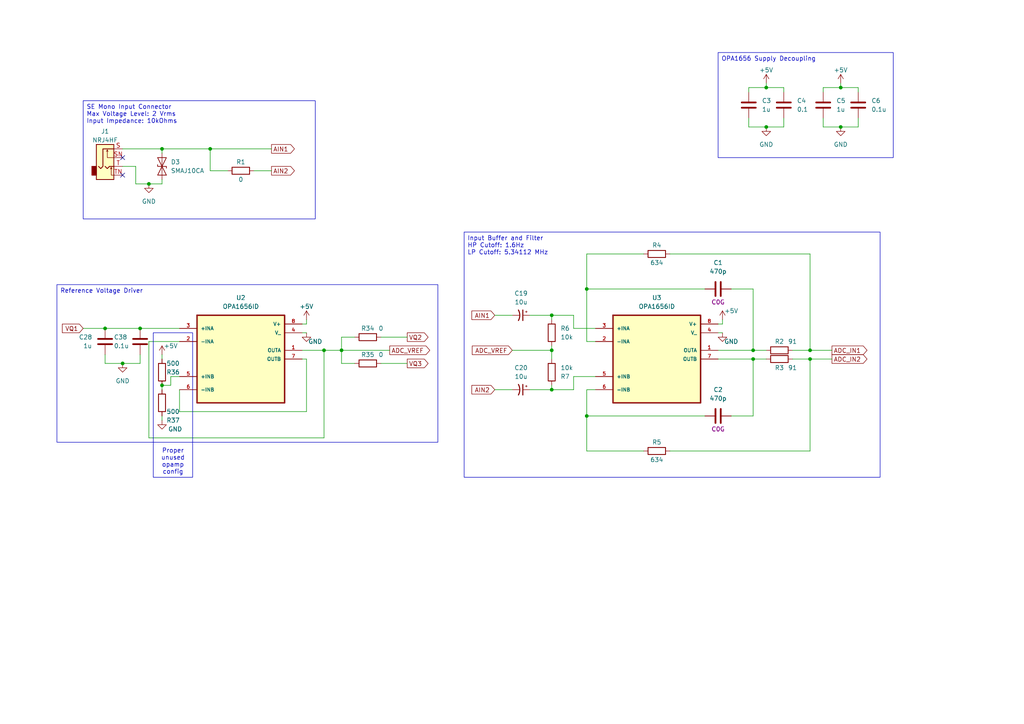
<source format=kicad_sch>
(kicad_sch (version 20230121) (generator eeschema)
  (paper "A4")
  (title_block (title "The Raspberry Jam") (date "2024-02-05") (rev "REV A0") (company "Engineer: Jed Scott"))
  (lib_symbols
    (symbol "Connector_Audio:NRJ4HF"
      (property "Reference" "J" (at 0 11.43 0))
      (property "Value" "NRJ4HF" (at 0 8.89 0))
      (symbol "NRJ4HF_0_1"
        (rectangle (start -2.54 0) (end -3.81 -2.54) (stroke (width 0.254)) (fill (type outline)))
        (rectangle (start 2.54 6.35) (end -2.54 -3.81) (stroke (width 0.254)) (fill (type background)))
      )
      (symbol "NRJ4HF_1_1"
        (polyline (pts (xy 0.635 4.826) (xy 0.889 4.318)))
        (polyline (pts (xy 1.778 -0.254) (xy 2.032 -0.762)))
        (polyline (pts (xy 0 0) (xy 0.635 -0.635) (xy 1.27 0) (xy 2.54 0)) (stroke (width 0.254)))
        (polyline (pts (xy 2.54 -2.54) (xy 1.778 -2.54) (xy 1.778 -0.254) (xy 1.524 -0.762)))
        (polyline (pts (xy 2.54 2.54) (xy 0.635 2.54) (xy 0.635 4.826) (xy 0.381 4.318)))
        (polyline (pts (xy 2.54 5.08) (xy -0.635 5.08) (xy -0.635 0) (xy -1.27 -0.635) (xy -1.905 0)) (stroke (width 0.254)))
        (pin passive line (at 5.08 5.08 180) (length 2.54) (name "~") (number "S"))
        (pin passive line (at 5.08 2.54 180) (length 2.54) (name "~") (number "SN"))
        (pin passive line (at 5.08 0 180) (length 2.54) (name "~") (number "T"))
        (pin passive line (at 5.08 -2.54 180) (length 2.54) (name "~") (number "TN"))
      )
    )
    (symbol "Device:C" (pin_numbers hide) (pin_names (offset 0.254))
      (property "Reference" "C" (at 0.635 2.54 0))
      (property "Value" "C" (at 0.635 -2.54 0))
      (symbol "C_0_1"
        (polyline (pts (xy -2.032 -0.762) (xy 2.032 -0.762)) (stroke (width 0.508)))
        (polyline (pts (xy -2.032 0.762) (xy 2.032 0.762)) (stroke (width 0.508)))
      )
      (symbol "C_1_1"
        (pin passive line (at 0 3.81 270) (length 2.794) (name "~") (number "1"))
        (pin passive line (at 0 -3.81 90) (length 2.794) (name "~") (number "2"))
      )
    )
    (symbol "Device:C_Polarized_Small_US" (pin_numbers hide) (pin_names (offset 0.254) hide)
      (property "Reference" "C" (at 0.254 1.778 0))
      (property "Value" "C_Polarized_Small_US" (at 0.254 -2.032 0))
      (symbol "C_Polarized_Small_US_0_1"
        (polyline (pts (xy -1.524 0.508) (xy 1.524 0.508)) (stroke (width 0.3048)))
        (polyline (pts (xy -1.27 1.524) (xy -0.762 1.524)))
        (polyline (pts (xy -1.016 1.27) (xy -1.016 1.778)))
        (arc (start 1.524 -0.762) (mid 0 -0.3734) (end -1.524 -0.762) (stroke (width 0.3048)))
      )
      (symbol "C_Polarized_Small_US_1_1"
        (pin passive line (at 0 2.54 270) (length 2.032) (name "~") (number "1"))
        (pin passive line (at 0 -2.54 90) (length 2.032) (name "~") (number "2"))
      )
    )
    (symbol "Device:R" (pin_numbers hide) (pin_names (offset 0))
      (property "Reference" "R" (at 2.032 0 90))
      (property "Value" "R" (at 0 0 90))
      (symbol "R_0_1"
        (rectangle (start -1.016 -2.54) (end 1.016 2.54) (stroke (width 0.254)))
      )
      (symbol "R_1_1"
        (pin passive line (at 0 3.81 270) (length 1.27) (name "~") (number "1"))
        (pin passive line (at 0 -3.81 90) (length 1.27) (name "~") (number "2"))
      )
    )
    (symbol "Diode:SMAJ10CA" (pin_numbers hide) (pin_names (offset 1.016) hide)
      (property "Reference" "D" (at 0 2.54 0))
      (property "Value" "SMAJ10CA" (at 0 -2.54 0))
      (symbol "SMAJ10CA_0_1"
        (polyline (pts (xy 1.27 0) (xy -1.27 0)))
        (polyline (pts (xy -2.54 -1.27) (xy 0 0) (xy -2.54 1.27) (xy -2.54 -1.27)) (stroke (width 0.2032)))
        (polyline (pts (xy 0.508 1.27) (xy 0 1.27) (xy 0 -1.27) (xy -0.508 -1.27)) (stroke (width 0.2032)))
        (polyline (pts (xy 2.54 1.27) (xy 2.54 -1.27) (xy 0 0) (xy 2.54 1.27)) (stroke (width 0.2032)))
      )
      (symbol "SMAJ10CA_1_1"
        (pin passive line (at -3.81 0 0) (length 2.54) (name "A1") (number "1"))
        (pin passive line (at 3.81 0 180) (length 2.54) (name "A2") (number "2"))
      )
    )
    (symbol "OPA1656ID:OPA1656ID" (pin_names (offset 1.016))
      (property "Reference" "U" (at -12.7 13.7 0))
      (property "Value" "OPA1656ID" (at -12.7 -16.7 0))
      (symbol "OPA1656ID_0_0"
        (rectangle (start -12.7 -12.7) (end 12.7 12.7) (stroke (width 0.41)) (fill (type background)))
        (pin output line (at 17.78 2.54 180) (length 5.08) (name "OUTA") (number "1"))
        (pin input line (at -17.78 5.08 0) (length 5.08) (name "-INA") (number "2"))
        (pin power_in line (at 17.78 7.62 180) (length 5.08) (name "V_") (number "4"))
        (pin input line (at -17.78 -8.89 0) (length 5.08) (name "-INB") (number "6"))
        (pin output line (at 17.78 0 180) (length 5.08) (name "OUTB") (number "7"))
        (pin power_in line (at 17.78 10.16 180) (length 5.08) (name "V+") (number "8"))
      )
      (symbol "OPA1656ID_1_0"
        (pin input line (at -17.78 8.89 0) (length 5.08) (name "+INA") (number "3"))
        (pin input line (at -17.78 -5.08 0) (length 5.08) (name "+INB") (number "5"))
      )
    )
    (symbol "power:+5V" (power) (pin_names (offset 0))
      (property "Value" "+5V" (at 0 3.556 0))
      (symbol "+5V_0_1"
        (polyline (pts (xy -0.762 1.27) (xy 0 2.54)))
        (polyline (pts (xy 0 0) (xy 0 2.54)))
        (polyline (pts (xy 0 2.54) (xy 0.762 1.27)))
      )
      (symbol "+5V_1_1"
        (pin power_in line (at 0 0 90) (length 0) hide (name "+5V") (number "1"))
      )
    )
    (symbol "power:GND" (power) (pin_names (offset 0))
      (property "Value" "GND" (at 0 -3.81 0))
      (symbol "GND_0_1"
        (polyline (pts (xy 0 0) (xy 0 -1.27) (xy 1.27 -1.27) (xy 0 -2.54) (xy -1.27 -1.27) (xy 0 -1.27)))
      )
      (symbol "GND_1_1"
        (pin power_in line (at 0 0 270) (length 0) hide (name "GND") (number "1"))
      )
    )
  )
  (junction (at 46.99 43.18))
  (junction (at 234.95 101.6))
  (junction (at 222.25 36.83))
  (junction (at 30.48 95.25))
  (junction (at 93.98 101.6))
  (junction (at 170.18 120.65))
  (junction (at 60.96 43.18))
  (junction (at 40.64 95.25))
  (junction (at 43.18 53.34))
  (junction (at 222.25 25.4))
  (junction (at 170.18 83.82))
  (junction (at 160.02 113.03))
  (junction (at 46.99 111.76))
  (junction (at 218.44 101.6))
  (junction (at 35.56 105.41))
  (junction (at 160.02 101.6))
  (junction (at 234.95 104.14))
  (junction (at 160.02 91.44))
  (junction (at 243.84 36.83))
  (junction (at 218.44 104.14))
  (junction (at 243.84 25.4))
  (junction (at 99.06 101.6))
  (no_connect (at 35.56 50.8))
  (no_connect (at 35.56 45.72))
  (wire (pts (xy 88.9 96.52) (xy 87.63 96.52)))
  (wire (pts (xy 35.56 43.18) (xy 46.99 43.18)))
  (wire (pts (xy 43.18 99.06) (xy 43.18 127)))
  (wire (pts (xy 217.17 34.29) (xy 217.17 36.83)))
  (wire (pts (xy 217.17 36.83) (xy 222.25 36.83)))
  (wire (pts (xy 234.95 104.14) (xy 241.3 104.14)))
  (wire (pts (xy 243.84 24.13) (xy 243.84 25.4)))
  (wire (pts (xy 217.17 25.4) (xy 222.25 25.4)))
  (wire (pts (xy 238.76 36.83) (xy 243.84 36.83)))
  (wire (pts (xy 60.96 43.18) (xy 78.74 43.18)))
  (wire (pts (xy 49.53 109.22) (xy 52.07 109.22)))
  (wire (pts (xy 24.13 95.25) (xy 30.48 95.25)))
  (wire (pts (xy 160.02 113.03) (xy 160.02 111.76)))
  (wire (pts (xy 110.49 105.41) (xy 118.11 105.41)))
  (wire (pts (xy 166.37 91.44) (xy 166.37 95.25)))
  (wire (pts (xy 218.44 101.6) (xy 222.25 101.6)))
  (wire (pts (xy 35.56 48.26) (xy 39.37 48.26)))
  (wire (pts (xy 73.66 49.53) (xy 78.74 49.53)))
  (wire (pts (xy 238.76 34.29) (xy 238.76 36.83)))
  (wire (pts (xy 172.72 109.22) (xy 166.37 109.22)))
  (wire (pts (xy 60.96 43.18) (xy 60.96 49.53)))
  (wire (pts (xy 166.37 109.22) (xy 166.37 113.03)))
  (wire (pts (xy 40.64 105.41) (xy 40.64 102.87)))
  (wire (pts (xy 46.99 102.87) (xy 46.99 104.14)))
  (wire (pts (xy 208.28 96.52) (xy 209.55 96.52)))
  (wire (pts (xy 88.9 93.98) (xy 88.9 92.71)))
  (wire (pts (xy 99.06 97.79) (xy 102.87 97.79)))
  (wire (pts (xy 170.18 73.66) (xy 170.18 83.82)))
  (wire (pts (xy 40.64 95.25) (xy 52.07 95.25)))
  (wire (pts (xy 99.06 101.6) (xy 99.06 105.41)))
  (wire (pts (xy 46.99 43.18) (xy 46.99 44.45)))
  (wire (pts (xy 170.18 83.82) (xy 204.47 83.82)))
  (wire (pts (xy 170.18 120.65) (xy 170.18 130.81)))
  (wire (pts (xy 39.37 53.34) (xy 43.18 53.34)))
  (wire (pts (xy 99.06 101.6) (xy 99.06 97.79)))
  (wire (pts (xy 110.49 97.79) (xy 118.11 97.79)))
  (wire (pts (xy 222.25 36.83) (xy 227.33 36.83)))
  (wire (pts (xy 49.53 111.76) (xy 49.53 109.22)))
  (wire (pts (xy 166.37 113.03) (xy 160.02 113.03)))
  (wire (pts (xy 170.18 113.03) (xy 172.72 113.03)))
  (wire (pts (xy 52.07 99.06) (xy 43.18 99.06)))
  (wire (pts (xy 248.92 36.83) (xy 248.92 34.29)))
  (wire (pts (xy 234.95 101.6) (xy 241.3 101.6)))
  (wire (pts (xy 153.67 113.03) (xy 160.02 113.03)))
  (wire (pts (xy 30.48 102.87) (xy 30.48 105.41)))
  (wire (pts (xy 160.02 100.33) (xy 160.02 101.6)))
  (wire (pts (xy 46.99 43.18) (xy 60.96 43.18)))
  (wire (pts (xy 218.44 101.6) (xy 208.28 101.6)))
  (wire (pts (xy 160.02 91.44) (xy 160.02 92.71)))
  (wire (pts (xy 143.51 91.44) (xy 148.59 91.44)))
  (wire (pts (xy 87.63 93.98) (xy 88.9 93.98)))
  (wire (pts (xy 153.67 91.44) (xy 160.02 91.44)))
  (wire (pts (xy 99.06 101.6) (xy 113.03 101.6)))
  (wire (pts (xy 234.95 101.6) (xy 234.95 73.66)))
  (wire (pts (xy 43.18 127) (xy 93.98 127)))
  (wire (pts (xy 243.84 25.4) (xy 248.92 25.4)))
  (wire (pts (xy 35.56 105.41) (xy 40.64 105.41)))
  (wire (pts (xy 46.99 53.34) (xy 46.99 52.07)))
  (wire (pts (xy 238.76 25.4) (xy 243.84 25.4)))
  (wire (pts (xy 87.63 101.6) (xy 93.98 101.6)))
  (wire (pts (xy 93.98 127) (xy 93.98 101.6)))
  (wire (pts (xy 43.18 53.34) (xy 46.99 53.34)))
  (wire (pts (xy 209.55 93.98) (xy 209.55 92.71)))
  (wire (pts (xy 170.18 83.82) (xy 170.18 99.06)))
  (wire (pts (xy 218.44 83.82) (xy 212.09 83.82)))
  (wire (pts (xy 218.44 104.14) (xy 218.44 120.65)))
  (wire (pts (xy 160.02 91.44) (xy 166.37 91.44)))
  (wire (pts (xy 60.96 49.53) (xy 66.04 49.53)))
  (wire (pts (xy 170.18 99.06) (xy 172.72 99.06)))
  (wire (pts (xy 218.44 120.65) (xy 212.09 120.65)))
  (wire (pts (xy 143.51 113.03) (xy 148.59 113.03)))
  (wire (pts (xy 229.87 101.6) (xy 234.95 101.6)))
  (wire (pts (xy 30.48 105.41) (xy 35.56 105.41)))
  (wire (pts (xy 99.06 105.41) (xy 102.87 105.41)))
  (wire (pts (xy 46.99 111.76) (xy 49.53 111.76)))
  (wire (pts (xy 218.44 101.6) (xy 218.44 83.82)))
  (wire (pts (xy 204.47 120.65) (xy 170.18 120.65)))
  (wire (pts (xy 186.69 73.66) (xy 170.18 73.66)))
  (wire (pts (xy 234.95 104.14) (xy 234.95 130.81)))
  (wire (pts (xy 227.33 36.83) (xy 227.33 34.29)))
  (wire (pts (xy 170.18 120.65) (xy 170.18 113.03)))
  (wire (pts (xy 166.37 95.25) (xy 172.72 95.25)))
  (wire (pts (xy 39.37 48.26) (xy 39.37 53.34)))
  (wire (pts (xy 248.92 25.4) (xy 248.92 26.67)))
  (wire (pts (xy 243.84 36.83) (xy 248.92 36.83)))
  (wire (pts (xy 234.95 73.66) (xy 194.31 73.66)))
  (wire (pts (xy 170.18 130.81) (xy 186.69 130.81)))
  (wire (pts (xy 46.99 120.65) (xy 46.99 121.92)))
  (wire (pts (xy 88.9 119.38) (xy 88.9 104.14)))
  (wire (pts (xy 148.59 101.6) (xy 160.02 101.6)))
  (wire (pts (xy 218.44 104.14) (xy 208.28 104.14)))
  (wire (pts (xy 88.9 104.14) (xy 87.63 104.14)))
  (wire (pts (xy 229.87 104.14) (xy 234.95 104.14)))
  (wire (pts (xy 227.33 25.4) (xy 227.33 26.67)))
  (wire (pts (xy 160.02 101.6) (xy 160.02 104.14)))
  (wire (pts (xy 30.48 95.25) (xy 40.64 95.25)))
  (wire (pts (xy 222.25 24.13) (xy 222.25 25.4)))
  (wire (pts (xy 222.25 25.4) (xy 227.33 25.4)))
  (wire (pts (xy 52.07 113.03) (xy 52.07 119.38)))
  (wire (pts (xy 93.98 101.6) (xy 99.06 101.6)))
  (wire (pts (xy 52.07 119.38) (xy 88.9 119.38)))
  (wire (pts (xy 46.99 111.76) (xy 46.99 113.03)))
  (wire (pts (xy 217.17 25.4) (xy 217.17 26.67)))
  (wire (pts (xy 218.44 104.14) (xy 222.25 104.14)))
  (wire (pts (xy 209.55 93.98) (xy 208.28 93.98)))
  (wire (pts (xy 238.76 25.4) (xy 238.76 26.67)))
  (wire (pts (xy 234.95 130.81) (xy 194.31 130.81)))
  (text_box "Proper unused opamp config" (at 44.45 96.52 0) (size 11.43 41.91) (effects (font (size 1.27 1.27)) (justify bottom)))
  (text_box "Input Buffer and Filter\nHP Cutoff: 1.6Hz\nLP Cutoff: 5.34112 MHz" (at 134.62 67.31 0) (size 120.65 71.12) (effects (font (size 1.27 1.27)) (justify left top)))
  (text_box "OPA1656 Supply Decoupling \n" (at 208.28 15.24 0) (size 50.8 30.48) (effects (font (size 1.27 1.27)) (justify left top)))
  (text_box "Reference Voltage Driver" (at 16.51 82.55 0) (size 110.49 45.72) (effects (font (size 1.27 1.27)) (justify left top)))
  (text_box "SE Mono Input Connector \nMax Voltage Level: 2 Vrms\nInput Impedance: 10kOhms\n" (at 24.13 29.21 0) (size 67.31 34.29) (effects (font (size 1.27 1.27)) (justify left top)))
  (global_label "AIN2" (shape input) (at 143.51 113.03 180) (property "Intersheetrefs" "${INTERSHEET_REFS}" (effects hide)))
  (global_label "ADC_VREF" (shape input) (at 148.59 101.6 180) (property "Intersheetrefs" "${INTERSHEET_REFS}" (effects hide)))
  (global_label "VQ2" (shape output) (at 118.11 97.79 0) (property "Intersheetrefs" "${INTERSHEET_REFS}" (effects hide)))
  (global_label "ADC_IN2" (shape output) (at 241.3 104.14 0) (property "Intersheetrefs" "${INTERSHEET_REFS}" (effects hide)))
  (global_label "ADC_IN1" (shape output) (at 241.3 101.6 0) (property "Intersheetrefs" "${INTERSHEET_REFS}" (effects hide)))
  (global_label "AIN1" (shape input) (at 143.51 91.44 180) (property "Intersheetrefs" "${INTERSHEET_REFS}" (effects hide)))
  (global_label "VQ3" (shape output) (at 118.11 105.41 0) (property "Intersheetrefs" "${INTERSHEET_REFS}" (effects hide)))
  (global_label "AIN1" (shape output) (at 78.74 43.18 0) (property "Intersheetrefs" "${INTERSHEET_REFS}" (effects hide)))
  (global_label "VQ1" (shape input) (at 24.13 95.25 180) (property "Intersheetrefs" "${INTERSHEET_REFS}" (effects hide)))
  (global_label "ADC_VREF" (shape output) (at 113.03 101.6 0) (property "Intersheetrefs" "${INTERSHEET_REFS}" (effects hide)))
  (global_label "AIN2" (shape output) (at 78.74 49.53 0) (property "Intersheetrefs" "${INTERSHEET_REFS}" (effects hide)))
  (symbol (lib_id "Connector_Audio:NRJ4HF") (at 30.48 48.26 0) (unit 1)
    (property "Reference" "J1" (at 30.48 38.1 0))
    (property "Value" "NRJ4HF" (at 30.48 40.64 0))
    (property "Footprint" "Connector_Audio:Jack_6.35mm_Neutrik_NRJ4HF_Horizontal" (effects hide))
    (property "Datasheet" "https://www.neutrik.com/en/product/nrj4hf" (effects hide))
  )
  (symbol (lib_id "Device:C") (at 217.17 30.48 180) (unit 1)
    (property "Reference" "C3" (at 220.98 29.21 0) (effects (justify right)))
    (property "Value" "1u" (at 220.98 31.75 0) (effects (justify right)))
    (property "Footprint" "Capacitor_SMD:C_0805_2012Metric_Pad1.18x1.45mm_HandSolder" (effects hide))
  )
  (symbol (lib_id "power:+5V") (at 88.9 92.71 0) (unit 1)
    (property "Reference" "#PWR058" (effects hide))
    (property "Value" "+5V" (at 88.9 88.9 0))
  )
  (symbol (lib_id "power:+5V") (at 46.99 102.87 0) (unit 1)
    (property "Reference" "#PWR072" (effects hide))
    (property "Value" "+5V" (at 49.53 100.33 0))
  )
  (symbol (lib_id "Device:C") (at 248.92 30.48 180) (unit 1)
    (property "Reference" "C6" (at 252.73 29.21 0) (effects (justify right)))
    (property "Value" "0.1u" (at 252.73 31.75 0) (effects (justify right)))
    (property "Footprint" "Capacitor_SMD:C_0805_2012Metric_Pad1.18x1.45mm_HandSolder" (effects hide))
  )
  (symbol (lib_id "power:+5V") (at 243.84 24.13 0) (unit 1)
    (property "Reference" "#PWR057" (effects hide))
    (property "Value" "+5V" (at 243.84 20.32 0))
  )
  (symbol (lib_id "Device:R") (at 46.99 116.84 0) (unit 1)
    (property "Reference" "R37" (at 48.26 121.92 0) (effects (justify left)))
    (property "Value" "500" (at 48.26 119.38 0) (effects (justify left)))
    (property "Footprint" "Resistor_SMD:R_0805_2012Metric_Pad1.20x1.40mm_HandSolder" (effects hide))
  )
  (symbol (lib_id "Device:R") (at 69.85 49.53 270) (unit 1)
    (property "Reference" "R1" (at 69.85 46.99 90))
    (property "Value" "0" (at 69.85 52.07 90))
    (property "Footprint" "Resistor_SMD:R_0805_2012Metric_Pad1.20x1.40mm_HandSolder" (effects hide))
  )
  (symbol (lib_id "OPA1656ID:OPA1656ID") (at 190.5 104.14 0) (unit 1)
    (property "Reference" "U3" (at 190.5 86.36 0))
    (property "Value" "OPA1656ID" (at 190.5 88.9 0))
    (property "Footprint" "OPA1656ID:SOIC127P599X175-8N" (effects hide))
    (property "MF" "Texas Instruments" (effects hide))
    (property "Description" "\nSoundPlus™ ultra-low noise and distortion, Burr-Brown™ audio operational amplifier\n" (effects hide))
    (property "Package" "SOIC-8 Texas Instruments" (effects hide))
    (property "Price" "None" (effects hide))
    (property "SnapEDA_Link" "https://www.snapeda.com/parts/OPA1656ID/Texas+Instruments/view-part/?ref=snap" (effects hide))
    (property "MP" "OPA1656ID" (effects hide))
    (property "Purchase-URL" "https://www.snapeda.com/api/url_track_click_mouser/?unipart_id=4220797&manufacturer=Texas Instruments&part_name=OPA1656ID&search_term=None" (effects hide))
    (property "Availability" "In Stock" (effects hide))
    (property "Check_prices" "https://www.snapeda.com/parts/OPA1656ID/Texas+Instruments/view-part/?ref=eda" (effects hide))
  )
  (symbol (lib_id "power:+5V") (at 222.25 24.13 0) (unit 1)
    (property "Reference" "#PWR056" (effects hide))
    (property "Value" "+5V" (at 222.25 20.32 0))
  )
  (symbol (lib_id "Device:R") (at 190.5 130.81 270) (unit 1)
    (property "Reference" "R5" (at 190.5 128.27 90))
    (property "Value" "634" (at 190.5 133.35 90))
    (property "Footprint" "Resistor_SMD:R_0805_2012Metric_Pad1.20x1.40mm_HandSolder" (effects hide))
  )
  (symbol (lib_id "power:GND") (at 46.99 121.92 0) (unit 1)
    (property "Reference" "#PWR040" (effects hide))
    (property "Value" "GND" (at 50.8 124.46 0))
  )
  (symbol (lib_id "Device:C") (at 238.76 30.48 180) (unit 1)
    (property "Reference" "C5" (at 242.57 29.21 0) (effects (justify right)))
    (property "Value" "1u" (at 242.57 31.75 0) (effects (justify right)))
    (property "Footprint" "Capacitor_SMD:C_0805_2012Metric_Pad1.18x1.45mm_HandSolder" (effects hide))
  )
  (symbol (lib_id "Device:C") (at 208.28 120.65 270) (unit 1)
    (property "Reference" "C2" (at 208.28 113.03 90))
    (property "Value" "470p" (at 208.28 115.57 90))
    (property "Footprint" "Capacitor_SMD:C_0805_2012Metric_Pad1.18x1.45mm_HandSolder" (effects hide))
    (property "Type" "C0G" (at 208.28 124.46 90))
  )
  (symbol (lib_id "Device:C") (at 30.48 99.06 180) (unit 1)
    (property "Reference" "C28" (at 22.86 97.79 0) (effects (justify right)))
    (property "Value" "1u" (at 24.13 100.33 0) (effects (justify right)))
    (property "Footprint" "Capacitor_SMD:C_0805_2012Metric_Pad1.18x1.45mm_HandSolder" (effects hide))
  )
  (symbol (lib_id "Device:C") (at 40.64 99.06 180) (unit 1)
    (property "Reference" "C38" (at 33.02 97.79 0) (effects (justify right)))
    (property "Value" "0.1u" (at 33.02 100.33 0) (effects (justify right)))
    (property "Footprint" "Capacitor_SMD:C_0805_2012Metric_Pad1.18x1.45mm_HandSolder" (effects hide))
  )
  (symbol (lib_id "Device:R") (at 160.02 107.95 0) (mirror x) (unit 1)
    (property "Reference" "R7" (at 162.56 109.22 0) (effects (justify left)))
    (property "Value" "10k" (at 162.56 106.68 0) (effects (justify left)))
    (property "Footprint" "Resistor_SMD:R_0805_2012Metric_Pad1.20x1.40mm_HandSolder" (effects hide))
  )
  (symbol (lib_id "Device:R") (at 46.99 107.95 0) (unit 1)
    (property "Reference" "R36" (at 48.26 107.95 0) (effects (justify left)))
    (property "Value" "500" (at 48.26 105.41 0) (effects (justify left)))
    (property "Footprint" "Resistor_SMD:R_0805_2012Metric_Pad1.20x1.40mm_HandSolder" (effects hide))
  )
  (symbol (lib_id "power:GND") (at 243.84 36.83 0) (unit 1)
    (property "Reference" "#PWR07" (effects hide))
    (property "Value" "GND" (at 243.84 41.91 0))
  )
  (symbol (lib_id "Diode:SMAJ10CA") (at 46.99 48.26 90) (unit 1)
    (property "Reference" "D3" (at 49.53 46.99 90) (effects (justify right)))
    (property "Value" "SMAJ10CA" (at 49.53 49.53 90) (effects (justify right)))
    (property "Footprint" "Diode_SMD:D_SMA" (effects hide))
    (property "Datasheet" "https://www.littelfuse.com/media?resourcetype=datasheets&itemid=75e32973-b177-4ee3-a0ff-cedaf1abdb93&filename=smaj-datasheet" (effects hide))
  )
  (symbol (lib_id "power:GND") (at 88.9 96.52 0) (unit 1)
    (property "Reference" "#PWR04" (effects hide))
    (property "Value" "GND" (at 91.44 99.06 0))
  )
  (symbol (lib_id "power:GND") (at 222.25 36.83 0) (unit 1)
    (property "Reference" "#PWR06" (effects hide))
    (property "Value" "GND" (at 222.25 41.91 0))
  )
  (symbol (lib_id "Device:C") (at 227.33 30.48 180) (unit 1)
    (property "Reference" "C4" (at 231.14 29.21 0) (effects (justify right)))
    (property "Value" "0.1" (at 231.14 31.75 0) (effects (justify right)))
    (property "Footprint" "Capacitor_SMD:C_0805_2012Metric_Pad1.18x1.45mm_HandSolder" (effects hide))
  )
  (symbol (lib_id "Device:R") (at 226.06 104.14 270) (unit 1)
    (property "Reference" "R3" (at 226.06 106.68 90))
    (property "Value" "91" (at 229.87 106.68 90))
    (property "Footprint" "Resistor_SMD:R_0805_2012Metric_Pad1.20x1.40mm_HandSolder" (effects hide))
  )
  (symbol (lib_id "power:GND") (at 209.55 96.52 0) (unit 1)
    (property "Reference" "#PWR05" (effects hide))
    (property "Value" "GND" (at 212.09 99.06 0))
  )
  (symbol (lib_id "OPA1656ID:OPA1656ID") (at 69.85 104.14 0) (unit 1)
    (property "Reference" "U2" (at 69.85 86.36 0))
    (property "Value" "OPA1656ID" (at 69.85 88.9 0))
    (property "Footprint" "OPA1656ID:SOIC127P599X175-8N" (effects hide))
    (property "MF" "Texas Instruments" (effects hide))
    (property "Description" "\nSoundPlus™ ultra-low noise and distortion, Burr-Brown™ audio operational amplifier\n" (effects hide))
    (property "Package" "SOIC-8 Texas Instruments" (effects hide))
    (property "Price" "None" (effects hide))
    (property "SnapEDA_Link" "https://www.snapeda.com/parts/OPA1656ID/Texas+Instruments/view-part/?ref=snap" (effects hide))
    (property "MP" "OPA1656ID" (effects hide))
    (property "Purchase-URL" "https://www.snapeda.com/api/url_track_click_mouser/?unipart_id=4220797&manufacturer=Texas Instruments&part_name=OPA1656ID&search_term=None" (effects hide))
    (property "Availability" "In Stock" (effects hide))
    (property "Check_prices" "https://www.snapeda.com/parts/OPA1656ID/Texas+Instruments/view-part/?ref=eda" (effects hide))
  )
  (symbol (lib_id "Device:R") (at 226.06 101.6 270) (unit 1)
    (property "Reference" "R2" (at 226.06 99.06 90))
    (property "Value" "91" (at 229.87 99.06 90))
    (property "Footprint" "Resistor_SMD:R_0805_2012Metric_Pad1.20x1.40mm_HandSolder" (effects hide))
  )
  (symbol (lib_id "Device:C") (at 208.28 83.82 270) (unit 1)
    (property "Reference" "C1" (at 208.28 76.2 90))
    (property "Value" "470p" (at 208.28 78.74 90))
    (property "Footprint" "Capacitor_SMD:C_0805_2012Metric_Pad1.18x1.45mm_HandSolder" (effects hide))
    (property "Type" "C0G" (at 208.28 87.63 90))
  )
  (symbol (lib_id "Device:R") (at 106.68 97.79 270) (unit 1)
    (property "Reference" "R34" (at 106.68 95.25 90))
    (property "Value" "0" (at 110.49 95.25 90))
    (property "Footprint" "Resistor_SMD:R_0805_2012Metric_Pad1.20x1.40mm_HandSolder" (effects hide))
  )
  (symbol (lib_id "power:GND") (at 35.56 105.41 0) (unit 1)
    (property "Reference" "#PWR034" (effects hide))
    (property "Value" "GND" (at 35.56 110.49 0))
  )
  (symbol (lib_id "Device:R") (at 160.02 96.52 0) (unit 1)
    (property "Reference" "R6" (at 162.56 95.25 0) (effects (justify left)))
    (property "Value" "10k" (at 162.56 97.79 0) (effects (justify left)))
    (property "Footprint" "Resistor_SMD:R_0805_2012Metric_Pad1.20x1.40mm_HandSolder" (effects hide))
  )
  (symbol (lib_id "power:+5V") (at 209.55 92.71 0) (unit 1)
    (property "Reference" "#PWR059" (effects hide))
    (property "Value" "+5V" (at 212.09 90.17 0))
  )
  (symbol (lib_id "Device:C_Polarized_Small_US") (at 151.13 113.03 270) (unit 1)
    (property "Reference" "C20" (at 151.13 106.68 90))
    (property "Value" "10u" (at 151.13 109.22 90))
    (property "Footprint" "Capacitor_SMD:CP_Elec_4x5.4" (effects hide))
  )
  (symbol (lib_id "Device:R") (at 190.5 73.66 270) (unit 1)
    (property "Reference" "R4" (at 190.5 71.12 90))
    (property "Value" "634" (at 190.5 76.2 90))
    (property "Footprint" "Resistor_SMD:R_0805_2012Metric_Pad1.20x1.40mm_HandSolder" (effects hide))
  )
  (symbol (lib_id "Device:R") (at 106.68 105.41 270) (unit 1)
    (property "Reference" "R35" (at 106.68 102.87 90))
    (property "Value" "0" (at 110.49 102.87 90))
    (property "Footprint" "Resistor_SMD:R_0805_2012Metric_Pad1.20x1.40mm_HandSolder" (effects hide))
  )
  (symbol (lib_id "power:GND") (at 43.18 53.34 0) (unit 1)
    (property "Reference" "#PWR03" (effects hide))
    (property "Value" "GND" (at 43.18 58.42 0))
  )
  (symbol (lib_id "Device:C_Polarized_Small_US") (at 151.13 91.44 270) (unit 1)
    (property "Reference" "C19" (at 151.13 85.09 90))
    (property "Value" "10u" (at 151.13 87.63 90))
    (property "Footprint" "Capacitor_SMD:CP_Elec_4x5.4" (effects hide))
  )
)
</source>
